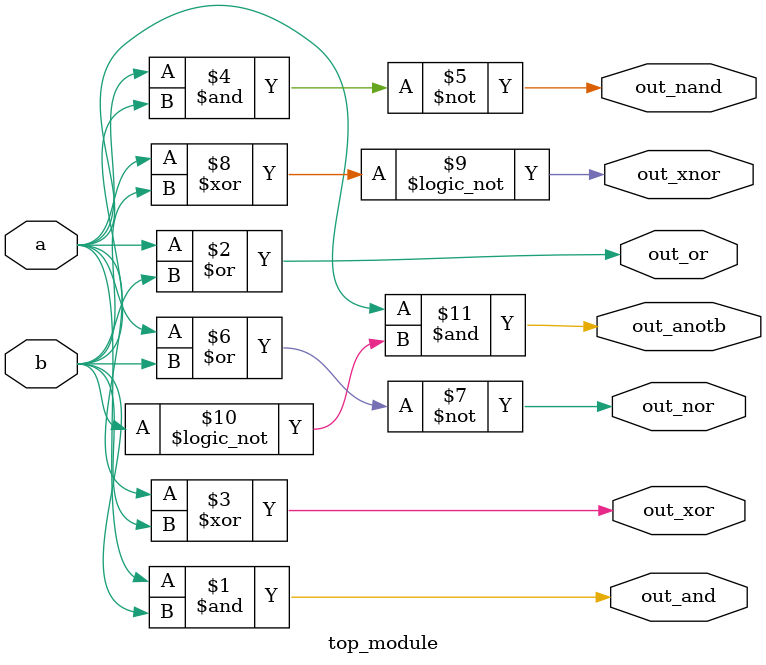
<source format=v>
module top_module( 
    input a, b,
    output out_and,
    output out_or,
    output out_xor,
    output out_nand,
    output out_nor,
    output out_xnor,
    output out_anotb
);
    
    assign out_and = a&b;
    assign out_or = a|b;
    assign out_xor = a^b;
    assign out_nand = ~(a&b);
    assign out_nor = ~(a|b);
    assign out_xnor = !(a^b);
    assign out_anotb = a & !b;

endmodule
</source>
